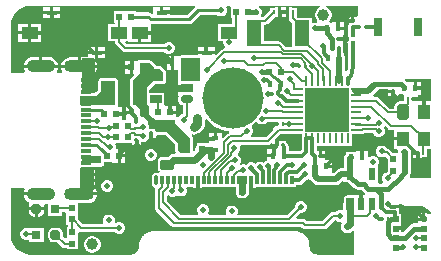
<source format=gtl>
G04*
G04 #@! TF.GenerationSoftware,Altium Limited,Altium Designer,22.10.1 (41)*
G04*
G04 Layer_Physical_Order=1*
G04 Layer_Color=255*
%FSLAX44Y44*%
%MOMM*%
G71*
G04*
G04 #@! TF.SameCoordinates,27488822-8B8A-45CA-B0CB-A5C5B456CCF3*
G04*
G04*
G04 #@! TF.FilePolarity,Positive*
G04*
G01*
G75*
%ADD10C,0.2500*%
%ADD11C,0.2000*%
%ADD13C,0.2540*%
%ADD14R,0.4700X0.6000*%
G04:AMPARAMS|DCode=15|XSize=0.6mm|YSize=0.47mm|CornerRadius=0.1175mm|HoleSize=0mm|Usage=FLASHONLY|Rotation=90.000|XOffset=0mm|YOffset=0mm|HoleType=Round|Shape=RoundedRectangle|*
%AMROUNDEDRECTD15*
21,1,0.6000,0.2350,0,0,90.0*
21,1,0.3650,0.4700,0,0,90.0*
1,1,0.2350,0.1175,0.1825*
1,1,0.2350,0.1175,-0.1825*
1,1,0.2350,-0.1175,-0.1825*
1,1,0.2350,-0.1175,0.1825*
%
%ADD15ROUNDEDRECTD15*%
%ADD17R,0.8100X0.2700*%
%ADD18R,0.2700X0.8100*%
G04:AMPARAMS|DCode=19|XSize=0.81mm|YSize=0.27mm|CornerRadius=0.0338mm|HoleSize=0mm|Usage=FLASHONLY|Rotation=270.000|XOffset=0mm|YOffset=0mm|HoleType=Round|Shape=RoundedRectangle|*
%AMROUNDEDRECTD19*
21,1,0.8100,0.2025,0,0,270.0*
21,1,0.7425,0.2700,0,0,270.0*
1,1,0.0675,-0.1013,-0.3713*
1,1,0.0675,-0.1013,0.3713*
1,1,0.0675,0.1013,0.3713*
1,1,0.0675,0.1013,-0.3713*
%
%ADD19ROUNDEDRECTD19*%
%ADD20R,0.3000X0.2500*%
%ADD21R,0.5000X0.6000*%
%ADD22R,0.2500X0.3000*%
%ADD23R,0.4500X0.6000*%
%ADD24R,0.6000X0.4500*%
%ADD25R,0.3000X0.2500*%
G04:AMPARAMS|DCode=26|XSize=0.3mm|YSize=0.25mm|CornerRadius=0.0625mm|HoleSize=0mm|Usage=FLASHONLY|Rotation=0.000|XOffset=0mm|YOffset=0mm|HoleType=Round|Shape=RoundedRectangle|*
%AMROUNDEDRECTD26*
21,1,0.3000,0.1250,0,0,0.0*
21,1,0.1750,0.2500,0,0,0.0*
1,1,0.1250,0.0875,-0.0625*
1,1,0.1250,-0.0875,-0.0625*
1,1,0.1250,-0.0875,0.0625*
1,1,0.1250,0.0875,0.0625*
%
%ADD26ROUNDEDRECTD26*%
%ADD27R,0.2500X0.3000*%
G04:AMPARAMS|DCode=28|XSize=0.3mm|YSize=0.25mm|CornerRadius=0.0625mm|HoleSize=0mm|Usage=FLASHONLY|Rotation=270.000|XOffset=0mm|YOffset=0mm|HoleType=Round|Shape=RoundedRectangle|*
%AMROUNDEDRECTD28*
21,1,0.3000,0.1250,0,0,270.0*
21,1,0.1750,0.2500,0,0,270.0*
1,1,0.1250,-0.0625,-0.0875*
1,1,0.1250,-0.0625,0.0875*
1,1,0.1250,0.0625,0.0875*
1,1,0.1250,0.0625,-0.0875*
%
%ADD28ROUNDEDRECTD28*%
G04:AMPARAMS|DCode=29|XSize=0.9144mm|YSize=1.2192mm|CornerRadius=0.2286mm|HoleSize=0mm|Usage=FLASHONLY|Rotation=90.000|XOffset=0mm|YOffset=0mm|HoleType=Round|Shape=RoundedRectangle|*
%AMROUNDEDRECTD29*
21,1,0.9144,0.7620,0,0,90.0*
21,1,0.4572,1.2192,0,0,90.0*
1,1,0.4572,0.3810,0.2286*
1,1,0.4572,0.3810,-0.2286*
1,1,0.4572,-0.3810,-0.2286*
1,1,0.4572,-0.3810,0.2286*
%
%ADD29ROUNDEDRECTD29*%
%ADD30R,1.2192X0.9144*%
%ADD31R,0.9000X0.3000*%
G04:AMPARAMS|DCode=32|XSize=0.3mm|YSize=0.9mm|CornerRadius=0.075mm|HoleSize=0mm|Usage=FLASHONLY|Rotation=270.000|XOffset=0mm|YOffset=0mm|HoleType=Round|Shape=RoundedRectangle|*
%AMROUNDEDRECTD32*
21,1,0.3000,0.7500,0,0,270.0*
21,1,0.1500,0.9000,0,0,270.0*
1,1,0.1500,-0.3750,-0.0750*
1,1,0.1500,-0.3750,0.0750*
1,1,0.1500,0.3750,0.0750*
1,1,0.1500,0.3750,-0.0750*
%
%ADD32ROUNDEDRECTD32*%
%ADD33R,0.6000X0.5000*%
%ADD34R,0.8000X0.8000*%
G04:AMPARAMS|DCode=35|XSize=0.8mm|YSize=0.8mm|CornerRadius=0.2mm|HoleSize=0mm|Usage=FLASHONLY|Rotation=180.000|XOffset=0mm|YOffset=0mm|HoleType=Round|Shape=RoundedRectangle|*
%AMROUNDEDRECTD35*
21,1,0.8000,0.4000,0,0,180.0*
21,1,0.4000,0.8000,0,0,180.0*
1,1,0.4000,-0.2000,0.2000*
1,1,0.4000,0.2000,0.2000*
1,1,0.4000,0.2000,-0.2000*
1,1,0.4000,-0.2000,-0.2000*
%
%ADD35ROUNDEDRECTD35*%
%ADD36C,1.0000*%
G04:AMPARAMS|DCode=37|XSize=0.3mm|YSize=0.8mm|CornerRadius=0.075mm|HoleSize=0mm|Usage=FLASHONLY|Rotation=180.000|XOffset=0mm|YOffset=0mm|HoleType=Round|Shape=RoundedRectangle|*
%AMROUNDEDRECTD37*
21,1,0.3000,0.6500,0,0,180.0*
21,1,0.1500,0.8000,0,0,180.0*
1,1,0.1500,-0.0750,0.3250*
1,1,0.1500,0.0750,0.3250*
1,1,0.1500,0.0750,-0.3250*
1,1,0.1500,-0.0750,-0.3250*
%
%ADD37ROUNDEDRECTD37*%
%ADD38R,0.3000X0.8000*%
%ADD39R,1.0000X1.0000*%
%ADD40R,1.4500X1.0000*%
%ADD41R,0.9000X0.4000*%
%ADD42R,1.0500X1.3000*%
G04:AMPARAMS|DCode=43|XSize=1.05mm|YSize=1.3mm|CornerRadius=0.2625mm|HoleSize=0mm|Usage=FLASHONLY|Rotation=0.000|XOffset=0mm|YOffset=0mm|HoleType=Round|Shape=RoundedRectangle|*
%AMROUNDEDRECTD43*
21,1,1.0500,0.7750,0,0,0.0*
21,1,0.5250,1.3000,0,0,0.0*
1,1,0.5250,0.2625,-0.3875*
1,1,0.5250,-0.2625,-0.3875*
1,1,0.5250,-0.2625,0.3875*
1,1,0.5250,0.2625,0.3875*
%
%ADD43ROUNDEDRECTD43*%
%ADD44R,1.2700X2.2098*%
%ADD45R,0.5000X0.5000*%
G04:AMPARAMS|DCode=46|XSize=0.5mm|YSize=0.5mm|CornerRadius=0.0625mm|HoleSize=0mm|Usage=FLASHONLY|Rotation=0.000|XOffset=0mm|YOffset=0mm|HoleType=Round|Shape=RoundedRectangle|*
%AMROUNDEDRECTD46*
21,1,0.5000,0.3750,0,0,0.0*
21,1,0.3750,0.5000,0,0,0.0*
1,1,0.1250,0.1875,-0.1875*
1,1,0.1250,-0.1875,-0.1875*
1,1,0.1250,-0.1875,0.1875*
1,1,0.1250,0.1875,0.1875*
%
%ADD46ROUNDEDRECTD46*%
G04:AMPARAMS|DCode=47|XSize=1mm|YSize=0.66mm|CornerRadius=0.165mm|HoleSize=0mm|Usage=FLASHONLY|Rotation=180.000|XOffset=0mm|YOffset=0mm|HoleType=Round|Shape=RoundedRectangle|*
%AMROUNDEDRECTD47*
21,1,1.0000,0.3300,0,0,180.0*
21,1,0.6700,0.6600,0,0,180.0*
1,1,0.3300,-0.3350,0.1650*
1,1,0.3300,0.3350,0.1650*
1,1,0.3300,0.3350,-0.1650*
1,1,0.3300,-0.3350,-0.1650*
%
%ADD47ROUNDEDRECTD47*%
%ADD48R,1.0000X0.6600*%
G04:AMPARAMS|DCode=49|XSize=1.1mm|YSize=0.6mm|CornerRadius=0.051mm|HoleSize=0mm|Usage=FLASHONLY|Rotation=90.000|XOffset=0mm|YOffset=0mm|HoleType=Round|Shape=RoundedRectangle|*
%AMROUNDEDRECTD49*
21,1,1.1000,0.4980,0,0,90.0*
21,1,0.9980,0.6000,0,0,90.0*
1,1,0.1020,0.2490,0.4990*
1,1,0.1020,0.2490,-0.4990*
1,1,0.1020,-0.2490,-0.4990*
1,1,0.1020,-0.2490,0.4990*
%
%ADD49ROUNDEDRECTD49*%
%ADD50R,0.6000X1.1000*%
%ADD51R,1.1430X2.0320*%
%ADD52R,0.8000X1.6000*%
G04:AMPARAMS|DCode=91|XSize=1.1mm|YSize=2.4mm|CornerRadius=0.55mm|HoleSize=0mm|Usage=FLASHONLY|Rotation=270.000|XOffset=0mm|YOffset=0mm|HoleType=Round|Shape=RoundedRectangle|*
%AMROUNDEDRECTD91*
21,1,1.1000,1.3000,0,0,270.0*
21,1,0.0000,2.4000,0,0,270.0*
1,1,1.1000,-0.6500,0.0000*
1,1,1.1000,-0.6500,0.0000*
1,1,1.1000,0.6500,0.0000*
1,1,1.1000,0.6500,0.0000*
%
%ADD91ROUNDEDRECTD91*%
G04:AMPARAMS|DCode=92|XSize=1mm|YSize=2.55mm|CornerRadius=0.5mm|HoleSize=0mm|Usage=FLASHONLY|Rotation=270.000|XOffset=0mm|YOffset=0mm|HoleType=Round|Shape=RoundedRectangle|*
%AMROUNDEDRECTD92*
21,1,1.0000,1.5500,0,0,270.0*
21,1,0.0000,2.5500,0,0,270.0*
1,1,1.0000,-0.7750,0.0000*
1,1,1.0000,-0.7750,0.0000*
1,1,1.0000,0.7750,0.0000*
1,1,1.0000,0.7750,0.0000*
%
%ADD92ROUNDEDRECTD92*%
%ADD94C,0.3500*%
%ADD95R,3.7000X3.7000*%
%ADD96C,0.3000*%
%ADD97C,0.1500*%
%ADD98C,0.4000*%
%ADD99C,0.5000*%
%ADD100C,0.6000*%
%ADD101C,0.8000*%
%ADD102C,0.5000*%
%ADD103C,5.2000*%
%ADD104C,0.6000*%
G36*
X198780Y326691D02*
Y317580D01*
X199966D01*
Y312000D01*
X187500D01*
Y298000D01*
X191850D01*
Y296185D01*
X192611Y294348D01*
X193915Y293044D01*
X193861Y292570D01*
X193526Y291774D01*
X193210D01*
X191942Y291521D01*
X190867Y290803D01*
X186213Y286150D01*
X185040Y286635D01*
Y286730D01*
X178000D01*
X170960D01*
Y285759D01*
X156210D01*
X155235Y285565D01*
X154881Y285329D01*
X153710Y284940D01*
X153710Y284940D01*
X153710Y284940D01*
X150190D01*
Y279400D01*
Y273860D01*
X153661D01*
Y264160D01*
X153750Y263713D01*
Y259690D01*
X161290D01*
Y257150D01*
X153750D01*
Y252580D01*
X153750D01*
X154366Y251310D01*
X154219Y250570D01*
Y247270D01*
X154502Y245846D01*
X155309Y244639D01*
X156516Y243832D01*
X157721Y243592D01*
Y236241D01*
X157526Y236045D01*
X155918Y235379D01*
X154511Y233972D01*
X154422Y233756D01*
X153055Y233440D01*
X152280Y234131D01*
Y236220D01*
X147240D01*
Y237490D01*
X145970D01*
Y243030D01*
X143316D01*
X142290Y243620D01*
X142290Y244263D01*
Y254220D01*
X129549D01*
Y256754D01*
X134406Y261611D01*
X140970D01*
X141945Y261805D01*
X142772Y262358D01*
X143325Y263185D01*
X143519Y264160D01*
Y271780D01*
X143325Y272755D01*
X142772Y273582D01*
X140232Y276122D01*
X139405Y276675D01*
X138430Y276869D01*
X135502D01*
X135152Y277392D01*
X131342Y281202D01*
X130515Y281755D01*
X129540Y281949D01*
X121920D01*
X120945Y281755D01*
X120591Y281519D01*
X119420Y281130D01*
X119420Y281130D01*
X119420Y281130D01*
X115650D01*
Y275590D01*
Y270050D01*
X116196D01*
X116682Y268877D01*
X113965Y266160D01*
X113570D01*
Y265667D01*
X113215Y265135D01*
X113021Y264160D01*
Y244528D01*
X113066Y244300D01*
X112169Y243052D01*
X112123Y243030D01*
X109840D01*
Y238760D01*
X114630D01*
Y236220D01*
X109840D01*
Y231950D01*
X108939Y231060D01*
X107673D01*
X107180Y231060D01*
X106560Y232073D01*
Y234950D01*
X101520D01*
Y237490D01*
X106560D01*
Y241760D01*
X103567D01*
X103470Y241766D01*
X102853Y242630D01*
X102718Y243030D01*
X102879Y243840D01*
Y264160D01*
X102685Y265135D01*
X102330Y265667D01*
Y266160D01*
X101837D01*
X101305Y266515D01*
X100330Y266709D01*
X88900D01*
X87925Y266515D01*
X87393Y266160D01*
X86900D01*
Y265667D01*
X86545Y265135D01*
X86351Y264160D01*
Y256326D01*
X84560Y254535D01*
X83820Y254841D01*
Y254000D01*
X72390D01*
Y275230D01*
X70050D01*
X54862D01*
X54954Y274532D01*
X55714Y272698D01*
X55921Y272428D01*
X55359Y271289D01*
X51821D01*
X51655Y271628D01*
X51320Y272559D01*
X52083Y274401D01*
X52192Y275230D01*
X37750D01*
X23308D01*
X23417Y274401D01*
X24180Y272559D01*
X23846Y271628D01*
X23679Y271289D01*
X12039D01*
Y310000D01*
Y311769D01*
X12729Y315239D01*
X14083Y318508D01*
X16049Y321449D01*
X18551Y323951D01*
X21492Y325917D01*
X24761Y327271D01*
X28231Y327961D01*
X30000Y327961D01*
X168228Y327961D01*
X168614Y326691D01*
X168408Y326554D01*
X161908Y320053D01*
X147040D01*
Y320730D01*
X140000D01*
Y322000D01*
X138730D01*
Y326540D01*
X132960D01*
Y321498D01*
X131690Y320972D01*
X131459Y321204D01*
X130218Y322032D01*
X128755Y322323D01*
X118250D01*
Y323500D01*
X109250D01*
Y323500D01*
X108250D01*
Y323500D01*
X99250D01*
Y313500D01*
X100436D01*
Y312000D01*
X94500D01*
Y298000D01*
X100436D01*
Y297570D01*
X100688Y296302D01*
X101407Y295227D01*
X106877Y289757D01*
X107952Y289039D01*
X109220Y288786D01*
X142293D01*
X143218Y287861D01*
X145055Y287100D01*
X147045D01*
X148882Y287861D01*
X150289Y289268D01*
X151050Y291105D01*
Y293095D01*
X150289Y294932D01*
X148882Y296339D01*
X147045Y297100D01*
X145055D01*
X143218Y296339D01*
X142293Y295414D01*
X110593D01*
X109179Y296827D01*
X109665Y298000D01*
X111460D01*
Y297460D01*
X119980D01*
Y305000D01*
X121250D01*
Y306270D01*
X131040D01*
Y311480D01*
X131040Y312407D01*
X131569Y312407D01*
X163492D01*
X164955Y312698D01*
X166195Y313526D01*
X172696Y320027D01*
X187252D01*
X187668Y319611D01*
X189505Y318850D01*
X191495D01*
X193332Y319611D01*
X194739Y321018D01*
X195500Y322855D01*
Y324845D01*
X194739Y326682D01*
X194634Y326788D01*
X195119Y327961D01*
X197668D01*
X198780Y326691D01*
D02*
G37*
G36*
X306156Y319073D02*
X304907Y318657D01*
X303860Y319356D01*
X303270Y319474D01*
Y315500D01*
X302000D01*
Y314349D01*
X301400Y314230D01*
X298227D01*
X298394Y313390D01*
X298750Y312857D01*
Y312786D01*
X297997Y311658D01*
X297667Y310000D01*
Y303059D01*
X297997Y301400D01*
X298250Y301021D01*
Y299080D01*
X297642Y298170D01*
X297312Y296512D01*
X297417Y295987D01*
Y274760D01*
X297443Y274628D01*
X297192Y272720D01*
X296868Y272440D01*
X295598Y273020D01*
Y283210D01*
X295210Y285161D01*
X294750Y285849D01*
Y288210D01*
X293848D01*
Y292100D01*
X293538Y293661D01*
X293270Y294062D01*
X293270Y295350D01*
X293270Y295350D01*
X293185Y295680D01*
X293185Y295680D01*
Y298450D01*
X289395D01*
Y300990D01*
X293185D01*
Y303070D01*
X294020D01*
Y307340D01*
X289230D01*
Y308610D01*
X287960D01*
Y314150D01*
X284440D01*
Y314150D01*
X283394Y313610D01*
X282125D01*
X281600Y314880D01*
X282461Y315742D01*
X283383Y317338D01*
X283860Y319118D01*
Y320962D01*
X283383Y322742D01*
X282461Y324338D01*
X281158Y325641D01*
X279562Y326563D01*
X279084Y326691D01*
X279251Y327961D01*
X306156D01*
Y319073D01*
D02*
G37*
G36*
X274636Y326691D02*
X274158Y326563D01*
X272562Y325641D01*
X271259Y324338D01*
X270337Y322742D01*
X269860Y320962D01*
Y319118D01*
X270337Y317338D01*
X271259Y315742D01*
X271700Y315301D01*
X271414Y313790D01*
X270963Y313594D01*
X270925Y313610D01*
X268935D01*
X268486Y313424D01*
X267430Y314129D01*
Y317849D01*
X255416D01*
X254609Y318657D01*
Y322580D01*
X254545Y322900D01*
Y326080D01*
X250335D01*
Y326620D01*
X247815D01*
Y322580D01*
Y318540D01*
X247981D01*
Y317284D01*
X248234Y316016D01*
X248952Y314941D01*
X250730Y313163D01*
Y293104D01*
X245090D01*
X241350Y296844D01*
X240274Y297562D01*
X239006Y297815D01*
X226790D01*
Y311785D01*
X227634D01*
X228902Y312038D01*
X229977Y312756D01*
X235103Y317882D01*
X236075Y318540D01*
Y318540D01*
X236075Y318540D01*
X238595D01*
Y322580D01*
Y326620D01*
X236075D01*
Y326080D01*
X231865D01*
Y324016D01*
X226261Y318413D01*
X224410D01*
X223894Y319352D01*
X223848Y319647D01*
X223949Y319748D01*
X224710Y321585D01*
Y323575D01*
X223949Y325412D01*
X222670Y326691D01*
X222755Y327289D01*
X223060Y327961D01*
X274468D01*
X274636Y326691D01*
D02*
G37*
G36*
X172720Y264160D02*
X156210D01*
Y283210D01*
X172720D01*
Y264160D01*
D02*
G37*
G36*
X100330Y243840D02*
X88259D01*
X88240Y243844D01*
X88240Y243844D01*
X76250D01*
X76231Y243840D01*
X71120D01*
Y251460D01*
X72345D01*
X72390Y251451D01*
X83820D01*
X83865Y251460D01*
X85090D01*
X88900Y255270D01*
Y264160D01*
X100330D01*
Y243840D01*
D02*
G37*
G36*
X331960Y256895D02*
X336000D01*
Y255625D01*
X337270D01*
Y251835D01*
X340040D01*
Y252252D01*
X341000Y253000D01*
X344166D01*
X345125Y252250D01*
Y249070D01*
X345061Y248750D01*
Y246841D01*
X341625D01*
X339820Y246482D01*
X338291Y245459D01*
X337268Y243930D01*
X336909Y242125D01*
Y240804D01*
X332843D01*
X323803Y249843D01*
X322728Y250561D01*
X321460Y250814D01*
X319509D01*
X318983Y252084D01*
X323670Y256770D01*
X323845Y257032D01*
X331960D01*
Y256895D01*
D02*
G37*
G36*
X367961Y247290D02*
X363020D01*
Y238250D01*
X360480D01*
Y247290D01*
X356915D01*
Y247480D01*
X353125D01*
Y250020D01*
X356915D01*
Y252460D01*
X359540D01*
Y256730D01*
X354750D01*
Y258000D01*
X353480D01*
Y263540D01*
X349960D01*
Y263540D01*
X348914Y263000D01*
X347489D01*
X345624Y264864D01*
X345592Y264886D01*
X345977Y266156D01*
X367961D01*
Y247290D01*
D02*
G37*
G36*
X233860Y229193D02*
X237650D01*
Y226653D01*
X233860D01*
Y223883D01*
X234048D01*
X234534Y222710D01*
X228498Y216674D01*
X215524D01*
X215273Y217176D01*
X215134Y217944D01*
X216378Y219188D01*
X217139Y221025D01*
Y223015D01*
X216378Y224852D01*
X216045Y225186D01*
X216144Y226452D01*
X218593Y228231D01*
X219881Y229519D01*
X220551Y229386D01*
X221958Y227979D01*
X223795Y227218D01*
X225785D01*
X227622Y227979D01*
X229029Y229386D01*
X229099Y229556D01*
X233860D01*
Y229193D01*
D02*
G37*
G36*
X331667Y223717D02*
X332742Y222999D01*
X334010Y222746D01*
X336460D01*
Y216520D01*
X344250D01*
Y213980D01*
X336460D01*
Y206210D01*
X339437D01*
X339501Y206183D01*
X340440Y205245D01*
Y204743D01*
X340342Y204250D01*
X339579Y203068D01*
X339267Y203000D01*
X336186D01*
X333043Y206143D01*
X331968Y206862D01*
X330707Y207112D01*
X330629Y207302D01*
X329222Y208709D01*
X327385Y209470D01*
X325395D01*
X323558Y208709D01*
X322151Y207302D01*
X321390Y205465D01*
Y203475D01*
X322151Y201638D01*
X323558Y200231D01*
X325395Y199470D01*
X327385D01*
X329222Y200231D01*
X329402Y200411D01*
X331500Y198314D01*
X331500Y193000D01*
X331500Y191730D01*
Y187686D01*
X330387Y186574D01*
X328638Y185849D01*
X327231Y184442D01*
X326470Y182605D01*
Y180615D01*
X327231Y178778D01*
X327431Y178578D01*
X326905Y177308D01*
X324292D01*
X323500Y178250D01*
Y193250D01*
X323500D01*
X323282Y193577D01*
X323770Y194755D01*
Y196745D01*
X323009Y198582D01*
X321602Y199989D01*
X319765Y200750D01*
X317775D01*
X315938Y199989D01*
X315610Y199661D01*
X314340Y200187D01*
Y204930D01*
X310820D01*
Y199390D01*
X308280D01*
Y204930D01*
X304760D01*
Y204930D01*
X303714Y204390D01*
X300543D01*
X300050Y204488D01*
X299557Y204390D01*
X295800D01*
Y202052D01*
X294790Y200541D01*
X294402Y198590D01*
Y190347D01*
X291929D01*
X289978Y189959D01*
X288324Y188854D01*
X285683Y186213D01*
X285123D01*
X283860Y186230D01*
Y190500D01*
X279070D01*
Y193040D01*
X283860D01*
Y197310D01*
X278110D01*
Y199390D01*
X274320D01*
Y200660D01*
X273649D01*
X273338Y202221D01*
X273050Y202652D01*
Y204700D01*
X271578D01*
Y209450D01*
X300850D01*
Y218960D01*
X301040D01*
Y219150D01*
X303401D01*
X304500Y218931D01*
X305599Y219150D01*
X310550D01*
Y219492D01*
X310858Y219553D01*
X311222Y219796D01*
X315317D01*
X316096Y219951D01*
X319088D01*
X319611Y218688D01*
X321018Y217281D01*
X322855Y216520D01*
X324845D01*
X326682Y217281D01*
X328089Y218688D01*
X328850Y220525D01*
Y222515D01*
X328089Y224352D01*
X327909Y224532D01*
X328267Y225527D01*
X329561Y225823D01*
X331667Y223717D01*
D02*
G37*
G36*
X178231Y231408D02*
X181408Y228231D01*
X185042Y225590D01*
X189044Y223551D01*
X193317Y222163D01*
X197066Y221569D01*
X197092Y220279D01*
X196852Y220231D01*
X195777Y219513D01*
X192133Y215870D01*
X190960Y216355D01*
Y220360D01*
X186690D01*
Y215570D01*
X185420D01*
Y214300D01*
X179880D01*
Y211678D01*
X175799D01*
X174140Y212008D01*
X171994Y211581D01*
X171723Y211400D01*
X169790D01*
Y209790D01*
X168959Y208546D01*
X168532Y206400D01*
Y205673D01*
X167552Y204693D01*
X166379Y205179D01*
Y215900D01*
X166185Y216875D01*
X165632Y217702D01*
X165429Y217906D01*
X165819Y218786D01*
X166082Y219049D01*
X167640Y218844D01*
X169337Y219067D01*
X170918Y219722D01*
X171801Y220400D01*
X171990D01*
Y220545D01*
X172276Y220764D01*
X174816Y223304D01*
X175858Y224662D01*
X176513Y226243D01*
X176736Y227940D01*
Y231304D01*
X178006Y231717D01*
X178231Y231408D01*
D02*
G37*
G36*
X132080Y216085D02*
X134850D01*
Y217343D01*
X135890Y218431D01*
X143724D01*
X151231Y210924D01*
Y205630D01*
X151425Y204655D01*
X151978Y203828D01*
X152174Y203631D01*
X151688Y202458D01*
X149987D01*
X147841Y202031D01*
X146022Y200815D01*
X145029Y199823D01*
X140970D01*
X139298Y199490D01*
X137880Y198543D01*
X136933Y197125D01*
X136600Y195453D01*
Y190881D01*
X136933Y189209D01*
X137880Y187791D01*
X138251Y187543D01*
X137902Y186309D01*
X137000Y186120D01*
D01*
X136516Y186155D01*
X136250Y186174D01*
X135793Y186174D01*
X134750D01*
X133677Y185960D01*
X132767Y185353D01*
X132160Y184443D01*
X131946Y183370D01*
Y176870D01*
X132160Y175797D01*
X132767Y174887D01*
X133550Y174365D01*
X133738Y174142D01*
X134305Y172860D01*
X134131Y171990D01*
Y156940D01*
X134403Y155574D01*
X135177Y154417D01*
X148067Y141527D01*
X149224Y140753D01*
X150590Y140481D01*
X258137D01*
X259027Y139592D01*
X260185Y138818D01*
X261550Y138546D01*
X277450D01*
X278815Y138818D01*
X279973Y139592D01*
X286673Y146291D01*
X287327D01*
X287998Y145621D01*
X289835Y144860D01*
X291637D01*
X292090Y144343D01*
X292407Y143727D01*
X291999Y143116D01*
X291572Y140970D01*
X291999Y138824D01*
X293215Y137005D01*
X295034Y135789D01*
X297180Y135362D01*
X299326Y135789D01*
X301145Y137005D01*
X302060Y137920D01*
X303230Y137294D01*
X303048Y136378D01*
Y136227D01*
X303012Y136080D01*
X302963Y135100D01*
X302971Y135050D01*
X302961Y135000D01*
Y117039D01*
X272216D01*
X270678Y117345D01*
X269229Y117945D01*
X267925Y118816D01*
X266816Y119925D01*
X265945Y121229D01*
X265345Y122678D01*
X265039Y124216D01*
X265039Y125000D01*
X265029Y125050D01*
X265037Y125100D01*
X264988Y126080D01*
X264952Y126227D01*
Y126378D01*
X264569Y128301D01*
X264492Y128486D01*
X264453Y128683D01*
X263703Y130494D01*
X263591Y130661D01*
X263515Y130847D01*
X262425Y132477D01*
X262283Y132619D01*
X262172Y132786D01*
X260786Y134172D01*
X260619Y134284D01*
X260477Y134425D01*
X258847Y135515D01*
X258661Y135591D01*
X258494Y135703D01*
X256683Y136453D01*
X256486Y136492D01*
X256301Y136569D01*
X254378Y136952D01*
X254227D01*
X254080Y136988D01*
X253100Y137037D01*
X253050Y137029D01*
X253000Y137039D01*
X133000Y137039D01*
X132950Y137029D01*
X132900Y137037D01*
X131920Y136988D01*
X131773Y136952D01*
X131622D01*
X129699Y136569D01*
X129514Y136492D01*
X129317Y136453D01*
X127506Y135703D01*
X127339Y135591D01*
X127153Y135515D01*
X125523Y134425D01*
X125381Y134284D01*
X125214Y134172D01*
X123828Y132786D01*
X123716Y132619D01*
X123574Y132477D01*
X122485Y130847D01*
X122409Y130661D01*
X122297Y130494D01*
X121547Y128683D01*
X121508Y128486D01*
X121431Y128301D01*
X121048Y126378D01*
Y126227D01*
X121012Y126080D01*
X120963Y125100D01*
X120971Y125050D01*
X120961Y125000D01*
X120961Y124216D01*
X120655Y122678D01*
X120055Y121229D01*
X119184Y119925D01*
X118075Y118816D01*
X116771Y117945D01*
X115322Y117345D01*
X113784Y117039D01*
X28231D01*
X24761Y117729D01*
X21492Y119083D01*
X18551Y121049D01*
X16049Y123551D01*
X14083Y126492D01*
X12729Y129761D01*
X12039Y133231D01*
Y135000D01*
Y173711D01*
X23679D01*
X23846Y173372D01*
X24180Y172441D01*
X23417Y170599D01*
X23308Y169770D01*
X37750D01*
Y167230D01*
X23308D01*
X23417Y166401D01*
X24227Y164445D01*
X25516Y162766D01*
X27195Y161477D01*
X27577Y161319D01*
X27945Y160104D01*
X27723Y159771D01*
X27371Y158000D01*
Y157270D01*
X40629D01*
Y158000D01*
X40406Y159121D01*
X41274Y160391D01*
X44000D01*
Y150000D01*
X56000D01*
Y153431D01*
X58352D01*
X59250Y152533D01*
Y151500D01*
X59250Y151230D01*
Y142500D01*
X60681D01*
Y140500D01*
X59500D01*
Y131770D01*
X59234Y131458D01*
X57666Y131380D01*
X56078Y132968D01*
Y136000D01*
X55768Y137561D01*
X54884Y138884D01*
X53561Y139768D01*
X52000Y140078D01*
X48000D01*
X46439Y139768D01*
X45116Y138884D01*
X44232Y137561D01*
X43922Y136000D01*
Y132000D01*
X44232Y130439D01*
X45116Y129116D01*
X46439Y128232D01*
X48000Y127922D01*
X51032D01*
X55477Y123477D01*
X56634Y122703D01*
X58000Y122431D01*
X59500D01*
Y121500D01*
X69500D01*
Y130230D01*
X69500Y130500D01*
Y131500D01*
X69500Y131770D01*
Y135667D01*
X70651Y136382D01*
X70770Y136386D01*
X72050Y136131D01*
X100638D01*
X101308Y135461D01*
X103145Y134700D01*
X105135D01*
X106972Y135461D01*
X108379Y136868D01*
X109140Y138705D01*
Y140695D01*
X108379Y142532D01*
X106972Y143939D01*
X105135Y144700D01*
X103145D01*
X101308Y143939D01*
X101059Y143690D01*
X99983Y144410D01*
X100250Y145055D01*
Y147045D01*
X99489Y148882D01*
X98082Y150289D01*
X96245Y151050D01*
X94255D01*
X92418Y150289D01*
X91011Y148882D01*
X90250Y147045D01*
Y145055D01*
X90553Y144325D01*
X89847Y143269D01*
X73528D01*
X69250Y147547D01*
Y151230D01*
X69250Y151500D01*
Y152500D01*
X69250Y152770D01*
Y160895D01*
X77800D01*
X79768Y161154D01*
X81602Y161914D01*
X83178Y163122D01*
X84386Y164697D01*
X85146Y166532D01*
X85238Y167230D01*
X70050D01*
Y169770D01*
X85238D01*
X85146Y170468D01*
X84386Y172303D01*
X83178Y173878D01*
X82550Y174359D01*
Y171950D01*
X71120D01*
Y190500D01*
X76250D01*
Y191270D01*
X83290D01*
Y191761D01*
X88900D01*
X89875Y191955D01*
X90702Y192508D01*
X91255Y193335D01*
X91449Y194310D01*
Y195660D01*
X97974D01*
X99020Y195120D01*
X99020Y195120D01*
X99020Y195120D01*
X102790D01*
Y200660D01*
Y206200D01*
X102213D01*
X101508Y207256D01*
X101520Y207285D01*
Y209275D01*
X100892Y210790D01*
X101470Y212060D01*
X106180D01*
Y212060D01*
X107180D01*
Y212060D01*
X114640D01*
Y210145D01*
X117410D01*
Y213935D01*
X119950D01*
Y210145D01*
X122720D01*
Y212176D01*
X123415Y212641D01*
X125404D01*
X127242Y213402D01*
X128648Y214809D01*
X129177Y216085D01*
X129540D01*
Y219875D01*
X132080D01*
Y216085D01*
D02*
G37*
G36*
X249450Y219150D02*
X258960D01*
Y218960D01*
X259150D01*
Y217686D01*
X258732Y217061D01*
X258422Y215500D01*
Y205769D01*
X257391Y204738D01*
X247760D01*
Y205660D01*
X247588D01*
Y208445D01*
X247588Y208445D01*
X247278Y210006D01*
X246394Y211329D01*
X245655Y212068D01*
Y213050D01*
X244367D01*
X243966Y213318D01*
X242706Y213568D01*
X242405Y213628D01*
X241445Y213590D01*
Y213590D01*
X238925D01*
Y211542D01*
X238637Y211111D01*
X238326Y209550D01*
X237655D01*
Y208280D01*
X233865D01*
Y206200D01*
X229220D01*
Y201930D01*
X234010D01*
Y199390D01*
X229220D01*
Y196789D01*
X227512Y196082D01*
X226423Y194993D01*
X226204Y195211D01*
X224367Y195972D01*
X222377D01*
X220540Y195211D01*
X219400Y194071D01*
X218732Y194739D01*
X216895Y195500D01*
X214905D01*
X213068Y194739D01*
X211661Y193332D01*
X211542Y193044D01*
X210152Y193620D01*
X208163D01*
X207118Y193188D01*
X206456Y193960D01*
X206321Y194232D01*
X207050Y195992D01*
Y197981D01*
X206289Y199818D01*
X204882Y201225D01*
X204438Y201409D01*
X204407Y202771D01*
X205814Y204178D01*
X206575Y206015D01*
Y208005D01*
X206255Y208776D01*
X207104Y210046D01*
X229870D01*
X231138Y210299D01*
X232213Y211017D01*
X232692Y211495D01*
X233865Y211010D01*
Y210820D01*
X236385D01*
Y213736D01*
X235959Y214763D01*
X240383Y219186D01*
X249450D01*
Y219150D01*
D02*
G37*
G36*
X133350Y275590D02*
Y274320D01*
X138430D01*
X140970Y271780D01*
Y264160D01*
X133350D01*
X127000Y257810D01*
Y245110D01*
X128290Y243820D01*
Y243620D01*
X128490D01*
X129540Y242570D01*
Y236220D01*
X132740Y233020D01*
Y232490D01*
X133270D01*
X134620Y231140D01*
X151130D01*
Y228600D01*
X163830Y215900D01*
Y203200D01*
X156210D01*
X153780Y205630D01*
Y211980D01*
X144780Y220980D01*
X135890D01*
X134310Y222560D01*
Y223125D01*
X133745D01*
X133350Y223520D01*
X132555D01*
X132371Y223643D01*
X130810Y223953D01*
X130622Y223916D01*
X129410Y224970D01*
Y226044D01*
X128648Y227881D01*
X128270Y228260D01*
Y229870D01*
X124460Y233680D01*
X122562D01*
X122448Y234251D01*
X121920Y235041D01*
Y240030D01*
X118110Y243840D01*
X116258D01*
X115570Y244528D01*
Y264160D01*
X121920Y270510D01*
Y279400D01*
X129540D01*
X133350Y275590D01*
D02*
G37*
G36*
X367961Y182039D02*
X351246D01*
X350500Y183000D01*
X350500Y183136D01*
Y185735D01*
X350710Y186049D01*
X351098Y188000D01*
Y198000D01*
Y203690D01*
X350849Y204940D01*
X351741Y206210D01*
X352040D01*
X353085Y205667D01*
Y204270D01*
X356875D01*
Y203000D01*
X358145D01*
Y198960D01*
X360665D01*
Y199500D01*
X364875D01*
Y202680D01*
X364939Y203000D01*
Y206750D01*
X367961D01*
Y182039D01*
D02*
G37*
G36*
X88900Y194310D02*
X72390D01*
Y200660D01*
X88900D01*
Y194310D01*
D02*
G37*
G36*
X265781Y180714D02*
X265965Y180439D01*
X268894Y177510D01*
X270548Y176405D01*
X272006Y176115D01*
X287000D01*
Y176017D01*
X287795D01*
X289746Y176405D01*
X291400Y177510D01*
X293230Y179340D01*
X294500Y178814D01*
Y178250D01*
X298011D01*
X302913Y173349D01*
X304401Y172354D01*
X306157Y172005D01*
X309186D01*
X311716Y169476D01*
X312338Y169060D01*
X311953Y167790D01*
X310270D01*
Y159750D01*
X307730D01*
Y167790D01*
X303460D01*
Y167790D01*
X302190Y167259D01*
X301990Y167299D01*
X297010D01*
X296031Y167104D01*
X295200Y166550D01*
X294646Y165719D01*
X294451Y164740D01*
Y162093D01*
X294319Y161896D01*
X293892Y159750D01*
Y155378D01*
X292622Y154530D01*
X291825Y154860D01*
X289835D01*
X287998Y154099D01*
X287327Y153429D01*
X285195D01*
X283829Y153157D01*
X282671Y152383D01*
X276000Y145712D01*
Y145615D01*
X263000D01*
Y145712D01*
X262139Y146573D01*
X260981Y147347D01*
X259615Y147619D01*
X254655D01*
X254169Y148792D01*
X257857Y152480D01*
X258805D01*
X260642Y153241D01*
X262049Y154648D01*
X262810Y156485D01*
Y158475D01*
X262049Y160312D01*
X260642Y161719D01*
X258805Y162480D01*
X256815D01*
X254978Y161719D01*
X253571Y160312D01*
X252810Y158475D01*
Y157527D01*
X246172Y150889D01*
X204793D01*
X204087Y151945D01*
X204390Y152675D01*
Y154665D01*
X203629Y156502D01*
X202222Y157909D01*
X200385Y158670D01*
X198395D01*
X196558Y157909D01*
X195151Y156502D01*
X194390Y154665D01*
Y152675D01*
X194693Y151945D01*
X193987Y150889D01*
X179939D01*
X179453Y152062D01*
X179499Y152108D01*
X180260Y153945D01*
Y155935D01*
X179499Y157772D01*
X178092Y159179D01*
X176255Y159940D01*
X174265D01*
X172428Y159179D01*
X171021Y157772D01*
X170260Y155935D01*
Y153945D01*
X171021Y152108D01*
X171067Y152062D01*
X170581Y150889D01*
X156418D01*
X144539Y162768D01*
Y166700D01*
X145809Y167226D01*
X146299Y166736D01*
X148136Y165975D01*
X150125D01*
X151963Y166736D01*
X152908Y167681D01*
X153378Y167211D01*
X155215Y166450D01*
X157205D01*
X159042Y167211D01*
X160449Y168618D01*
X161210Y170455D01*
Y172445D01*
X160953Y173064D01*
X161659Y174120D01*
X166460D01*
Y173580D01*
X169230D01*
Y180120D01*
X171770D01*
Y173580D01*
X174540D01*
Y174120D01*
X202672D01*
Y170180D01*
X202780Y169638D01*
Y169086D01*
X202991Y168576D01*
X203099Y168034D01*
X203406Y167575D01*
X203617Y167064D01*
X204008Y166674D01*
X204315Y166215D01*
X204774Y165908D01*
X205165Y165517D01*
X205675Y165306D01*
X206134Y164999D01*
X206676Y164891D01*
X207186Y164680D01*
X207738D01*
X208280Y164572D01*
X208822Y164680D01*
X209374D01*
X209884Y164891D01*
X210426Y164999D01*
X210885Y165306D01*
X211395Y165517D01*
X211786Y165908D01*
X212245Y166215D01*
X212552Y166674D01*
X212943Y167064D01*
X213154Y167575D01*
X213461Y168034D01*
X213569Y168576D01*
X213780Y169086D01*
Y169638D01*
X213888Y170180D01*
Y173580D01*
X214230D01*
Y180120D01*
X216421D01*
X216732Y178559D01*
X216770Y178502D01*
Y173580D01*
X219540D01*
Y174120D01*
X254000D01*
Y176042D01*
X256500D01*
X256500Y176042D01*
X258061Y176352D01*
X259384Y177236D01*
X262568Y180420D01*
X262615D01*
X264452Y181181D01*
X265781Y180714D01*
D02*
G37*
G36*
X344153Y159485D02*
X344339Y159409D01*
X344506Y159297D01*
X346317Y158547D01*
X346514Y158508D01*
X346699Y158431D01*
X348622Y158048D01*
X348773D01*
X348920Y158012D01*
X349900Y157963D01*
X349950Y157971D01*
X350000Y157961D01*
X360784Y157961D01*
X362322Y157655D01*
X363771Y157055D01*
X365075Y156184D01*
X366184Y155075D01*
X367055Y153771D01*
X367655Y152322D01*
X367754Y151823D01*
X367501Y151431D01*
X366696Y151267D01*
X365915Y151318D01*
X365110Y151856D01*
X363875Y152102D01*
X363270D01*
Y147000D01*
X362000D01*
Y145730D01*
X356898D01*
Y145125D01*
X356951Y144858D01*
X355934Y143588D01*
X353630D01*
X351874Y143239D01*
X350386Y142244D01*
X344310Y136169D01*
X343040Y136695D01*
Y137730D01*
X338000D01*
Y140270D01*
X343040D01*
Y144040D01*
X342500D01*
Y151500D01*
X341328D01*
Y152875D01*
X341167Y153685D01*
X341290Y153835D01*
X341290D01*
Y156355D01*
X339243D01*
X338811Y156643D01*
X337250Y156954D01*
Y158895D01*
X341290D01*
Y159956D01*
X341669Y160313D01*
X341847Y160414D01*
X342560Y160550D01*
X344153Y159485D01*
D02*
G37*
%LPC*%
G36*
X54040Y326540D02*
X48270D01*
Y323270D01*
X54040D01*
Y326540D01*
D02*
G37*
G36*
X147040D02*
X141270D01*
Y323270D01*
X147040D01*
Y326540D01*
D02*
G37*
G36*
X45730D02*
X39960D01*
Y323270D01*
X45730D01*
Y326540D01*
D02*
G37*
G36*
X54040Y320730D02*
X48270D01*
Y317460D01*
X54040D01*
Y320730D01*
D02*
G37*
G36*
X45730D02*
X39960D01*
Y317460D01*
X45730D01*
Y320730D01*
D02*
G37*
G36*
X38040Y312540D02*
X29520D01*
Y306270D01*
X38040D01*
Y312540D01*
D02*
G37*
G36*
X26980D02*
X18460D01*
Y306270D01*
X26980D01*
Y312540D01*
D02*
G37*
G36*
X131040Y303730D02*
X122520D01*
Y297460D01*
X131040D01*
Y303730D01*
D02*
G37*
G36*
X38040D02*
X29520D01*
Y297460D01*
X38040D01*
Y303730D01*
D02*
G37*
G36*
X26980D02*
X18460D01*
Y297460D01*
X26980D01*
Y303730D01*
D02*
G37*
G36*
X185040Y292540D02*
X179270D01*
Y289270D01*
X185040D01*
Y292540D01*
D02*
G37*
G36*
X92040D02*
X86270D01*
Y289270D01*
X92040D01*
Y292540D01*
D02*
G37*
G36*
X176730D02*
X170960D01*
Y289270D01*
X176730D01*
Y292540D01*
D02*
G37*
G36*
X83730D02*
X77960D01*
Y289270D01*
X83730D01*
Y292540D01*
D02*
G37*
G36*
X92040Y286730D02*
X86270D01*
Y283460D01*
X92040D01*
Y286730D01*
D02*
G37*
G36*
X83730D02*
X77960D01*
Y284245D01*
X77800Y284105D01*
X71320D01*
Y277770D01*
X72390D01*
Y283210D01*
X82550D01*
X82973Y282787D01*
X83202Y283460D01*
X83730D01*
Y286730D01*
D02*
G37*
G36*
X147650Y284940D02*
X144130D01*
Y280670D01*
X147650D01*
Y284940D01*
D02*
G37*
G36*
X83820Y281040D02*
Y277770D01*
X85238D01*
X85146Y278468D01*
X84386Y280303D01*
X83820Y281040D01*
D02*
G37*
G36*
X68780Y284105D02*
X62300D01*
X60332Y283846D01*
X58498Y283086D01*
X56922Y281878D01*
X55714Y280303D01*
X54954Y278468D01*
X54862Y277770D01*
X68780D01*
Y284105D01*
D02*
G37*
G36*
X44250Y284609D02*
X39020D01*
Y277770D01*
X52192D01*
X52083Y278599D01*
X51273Y280555D01*
X49984Y282234D01*
X48305Y283523D01*
X46349Y284333D01*
X44250Y284609D01*
D02*
G37*
G36*
X36480D02*
X31250D01*
X29151Y284333D01*
X27195Y283523D01*
X25516Y282234D01*
X24227Y280555D01*
X23417Y278599D01*
X23308Y277770D01*
X36480D01*
Y284609D01*
D02*
G37*
G36*
X113110Y281130D02*
X109340D01*
Y276860D01*
X113110D01*
Y281130D01*
D02*
G37*
G36*
X147650Y278130D02*
X144130D01*
Y273860D01*
X147650D01*
Y278130D01*
D02*
G37*
G36*
X85238Y275230D02*
X83820D01*
Y271960D01*
X84386Y272698D01*
X85146Y274532D01*
X85238Y275230D01*
D02*
G37*
G36*
X113110Y274320D02*
X109340D01*
Y270050D01*
X113110D01*
Y274320D01*
D02*
G37*
G36*
X152280Y243030D02*
X148510D01*
Y238760D01*
X152280D01*
Y243030D01*
D02*
G37*
G36*
X300730Y319474D02*
X300140Y319356D01*
X299093Y318657D01*
X298394Y317610D01*
X298227Y316770D01*
X300730D01*
Y319474D01*
D02*
G37*
G36*
X294020Y314150D02*
X290500D01*
Y309880D01*
X294020D01*
Y314150D01*
D02*
G37*
G36*
X245275Y326620D02*
X241135D01*
Y322580D01*
Y318540D01*
X245275D01*
Y322580D01*
Y326620D01*
D02*
G37*
G36*
X334730Y254355D02*
X331960D01*
Y251835D01*
X334730D01*
Y254355D01*
D02*
G37*
G36*
X359540Y263540D02*
X356020D01*
Y259270D01*
X359540D01*
Y263540D01*
D02*
G37*
G36*
X278110Y204700D02*
X275590D01*
Y201930D01*
X278110D01*
Y204700D01*
D02*
G37*
G36*
X184150Y220360D02*
X179880D01*
Y216840D01*
X184150D01*
Y220360D01*
D02*
G37*
G36*
X109100Y206200D02*
X105330D01*
Y201930D01*
X109100D01*
Y206200D01*
D02*
G37*
G36*
X131805Y206590D02*
X129815D01*
X127978Y205829D01*
X126571Y204422D01*
X125810Y202585D01*
Y200595D01*
X126571Y198758D01*
X127978Y197351D01*
X129815Y196590D01*
X131805D01*
X133642Y197351D01*
X135049Y198758D01*
X135810Y200595D01*
Y202585D01*
X135049Y204422D01*
X133642Y205829D01*
X131805Y206590D01*
D02*
G37*
G36*
X109100Y199390D02*
X105330D01*
Y195120D01*
X109100D01*
Y199390D01*
D02*
G37*
G36*
X83290Y188730D02*
X82550D01*
Y186270D01*
X83290D01*
Y188730D01*
D02*
G37*
G36*
Y183730D02*
X82550D01*
Y181270D01*
X83290D01*
Y183730D01*
D02*
G37*
G36*
Y178730D02*
X82550D01*
Y175960D01*
X83290D01*
Y178730D01*
D02*
G37*
G36*
X94975Y180260D02*
X92985D01*
X91148Y179499D01*
X89741Y178092D01*
X88980Y176255D01*
Y174265D01*
X89741Y172428D01*
X91148Y171021D01*
X92985Y170260D01*
X94975D01*
X96812Y171021D01*
X98219Y172428D01*
X98980Y174265D01*
Y176255D01*
X98219Y178092D01*
X96812Y179499D01*
X94975Y180260D01*
D02*
G37*
G36*
X40629Y154730D02*
X35270D01*
Y149371D01*
X36000D01*
X37771Y149723D01*
X39273Y150727D01*
X40277Y152229D01*
X40629Y154000D01*
Y154730D01*
D02*
G37*
G36*
X32730D02*
X27371D01*
Y154000D01*
X27723Y152229D01*
X28727Y150727D01*
X30229Y149723D01*
X32000Y149371D01*
X32730D01*
Y154730D01*
D02*
G37*
G36*
X28000Y140000D02*
X27034Y139355D01*
X26395Y139620D01*
X24405D01*
X22568Y138859D01*
X21161Y137452D01*
X20400Y135615D01*
Y133625D01*
X21161Y131788D01*
X22568Y130381D01*
X24405Y129620D01*
X26395D01*
X26944Y129848D01*
X28000Y129142D01*
Y128000D01*
X40000D01*
Y140000D01*
X28000D01*
Y140000D01*
D02*
G37*
G36*
X82202Y132730D02*
X80358D01*
X78578Y132253D01*
X76982Y131331D01*
X75679Y130028D01*
X74757Y128432D01*
X74280Y126652D01*
Y124808D01*
X74757Y123028D01*
X75679Y121432D01*
X76982Y120129D01*
X78578Y119207D01*
X80358Y118730D01*
X82202D01*
X83982Y119207D01*
X85578Y120129D01*
X86881Y121432D01*
X87803Y123028D01*
X88280Y124808D01*
Y126652D01*
X87803Y128432D01*
X86881Y130028D01*
X85578Y131331D01*
X83982Y132253D01*
X82202Y132730D01*
D02*
G37*
G36*
X355605Y201730D02*
X353085D01*
Y198960D01*
X355605D01*
Y201730D01*
D02*
G37*
G36*
X360730Y152102D02*
X360125D01*
X358890Y151856D01*
X357843Y151157D01*
X357144Y150110D01*
X356898Y148875D01*
Y148270D01*
X360730D01*
Y152102D01*
D02*
G37*
%LPD*%
D10*
X171112Y323850D02*
X190500D01*
X163492Y316230D02*
X171112Y323850D01*
X128755Y318500D02*
X131025Y316230D01*
X113750Y318500D02*
X128755D01*
X131025Y316230D02*
X163492D01*
X240220Y260870D02*
Y263120D01*
X231220Y271280D02*
X234830Y267670D01*
X235517D01*
X231220Y271280D02*
Y271780D01*
X235517Y267670D02*
X237457Y265730D01*
X237610D01*
X240220Y263120D01*
D11*
X124130Y236740D02*
X130810Y230060D01*
Y224625D02*
Y230060D01*
X124130Y236740D02*
Y237490D01*
X123835Y218215D02*
X124410Y217641D01*
X118930Y218685D02*
X119400Y218215D01*
X114045Y223195D02*
X117190D01*
X118680Y218685D02*
X118930D01*
X119400Y218215D02*
X123835D01*
X111680Y225560D02*
X114045Y223195D01*
X118430Y218685D02*
X118680D01*
X118930Y224685D02*
X124045D01*
X124410Y225049D01*
X299500Y151520D02*
X301160Y149860D01*
X313690D01*
X316500Y152670D02*
Y157750D01*
X318500Y159750D01*
X313690Y149860D02*
X316500Y152670D01*
X247735Y227415D02*
X255415D01*
X247963Y227837D02*
X248050Y227750D01*
X242487Y227837D02*
X247963D01*
X242400Y227924D02*
X242487Y227837D01*
X277450Y142115D02*
X285195Y149860D01*
X290830D01*
X154940Y147320D02*
X247650D01*
X150590Y144050D02*
X259615D01*
X261550Y142115D01*
X247650Y147320D02*
X257810Y157480D01*
X137700Y156940D02*
X150590Y144050D01*
X261550Y142115D02*
X277450D01*
X140970Y161290D02*
X154940Y147320D01*
X158750Y232222D02*
X161290Y234762D01*
X158750Y231140D02*
Y232222D01*
X161290Y234762D02*
Y248920D01*
X255415Y227415D02*
X255500Y227500D01*
X255170Y232830D02*
X255500Y232500D01*
X118430Y224435D02*
X118680D01*
X111680Y225560D02*
Y226060D01*
X117190Y223195D02*
X118430Y224435D01*
X323178Y228790D02*
X323850D01*
X304850Y227150D02*
X309493D01*
X304500Y227500D02*
X304850Y227150D01*
X321179Y226790D02*
X323178Y228790D01*
X314117Y226790D02*
X321179D01*
X313962Y226635D02*
X314117Y226790D01*
X309493Y227150D02*
X310008Y226635D01*
X313962D01*
X117190Y219925D02*
X118430Y218685D01*
X114045Y219925D02*
X117190D01*
X111680Y217560D02*
X114045Y219925D01*
X111680Y217060D02*
Y217560D01*
X315317Y223365D02*
X315472Y223520D01*
X321179D01*
X310008Y223365D02*
X315317D01*
X309493Y222850D02*
X310008Y223365D01*
X304500Y222500D02*
X304850Y222850D01*
X309493D01*
X321179Y223520D02*
X323178Y221520D01*
X323850D01*
X118680Y224435D02*
X118930Y224685D01*
X155855Y171805D02*
X156210Y171450D01*
X155855Y171805D02*
Y179765D01*
X155500Y180120D02*
X155855Y179765D01*
X140970Y170576D02*
X145000Y174606D01*
X137700Y156940D02*
Y171990D01*
X140970Y161290D02*
Y170576D01*
X149131Y170975D02*
Y171786D01*
X137700Y171990D02*
X140000Y174290D01*
X149131Y171786D02*
X150500Y173155D01*
Y180120D01*
X86845Y224344D02*
X95795D01*
X85185Y230250D02*
X85435Y230500D01*
X76500Y230250D02*
X85185D01*
X86188Y225000D02*
X86845Y224344D01*
X76250Y230000D02*
X76500Y230250D01*
X90245Y217095D02*
X101645D01*
X87340Y220000D02*
X90245Y217095D01*
X76250Y220000D02*
X87340D01*
X76250Y225000D02*
X86188D01*
X101645Y217095D02*
X101680Y217060D01*
X95946Y208854D02*
X96520Y208280D01*
X76250Y215000D02*
X87260D01*
X93406Y208854D02*
X95946D01*
X87260Y215000D02*
X93406Y208854D01*
X140000Y174290D02*
Y179620D01*
X140500Y180120D01*
X145000Y174606D02*
Y179620D01*
X145500Y180120D01*
X64750Y147000D02*
X72050Y139700D01*
X104140D01*
X25400Y134620D02*
X33380D01*
X34000Y134000D01*
X33895Y156105D02*
X34000Y156000D01*
X25505Y156105D02*
X33895D01*
X25400Y156210D02*
X25505Y156105D01*
X50000Y134000D02*
X58000Y126000D01*
X64500D01*
X51000Y157000D02*
X64250D01*
X50000Y156000D02*
X51000Y157000D01*
X64250Y136250D02*
X64500Y136000D01*
X64250Y136250D02*
Y147000D01*
X64750D01*
X135290Y248920D02*
X137240Y246970D01*
Y237490D02*
Y246970D01*
X95250Y224790D02*
X100410D01*
X101680Y226060D01*
D13*
X101520Y236220D02*
X107950D01*
X84425Y210000D02*
X88230Y206195D01*
X89025D01*
X94060Y201160D01*
X76250Y210000D02*
X84425D01*
X94060Y200660D02*
Y201160D01*
X88240Y240000D02*
X91520Y236720D01*
X76250Y240000D02*
X88240D01*
X91520Y236220D02*
Y236720D01*
D14*
X167640Y225400D02*
D03*
X174140Y206400D02*
D03*
D15*
X161140D02*
D03*
D17*
X255500Y247500D02*
D03*
Y242500D02*
D03*
Y257500D02*
D03*
Y252500D02*
D03*
Y237500D02*
D03*
X304500Y257500D02*
D03*
Y252500D02*
D03*
Y247500D02*
D03*
Y242500D02*
D03*
X255500Y232500D02*
D03*
Y227500D02*
D03*
Y222500D02*
D03*
X304500Y237500D02*
D03*
Y232500D02*
D03*
Y227500D02*
D03*
Y222500D02*
D03*
D18*
X262500Y215500D02*
D03*
X267500D02*
D03*
X272500D02*
D03*
X277500D02*
D03*
X282500D02*
D03*
X287500D02*
D03*
X292500D02*
D03*
X297500D02*
D03*
X292500Y264500D02*
D03*
X287500D02*
D03*
X282500D02*
D03*
X277500D02*
D03*
X272500D02*
D03*
X267500D02*
D03*
X262500D02*
D03*
D19*
X297500D02*
D03*
D20*
X336000Y255625D02*
D03*
Y260375D02*
D03*
X130810Y219875D02*
D03*
Y224625D02*
D03*
X118680Y229185D02*
D03*
Y224435D02*
D03*
Y213935D02*
D03*
Y218685D02*
D03*
X301750Y302125D02*
D03*
Y297375D02*
D03*
X337250Y152875D02*
D03*
Y157625D02*
D03*
D21*
X346000Y198000D02*
D03*
X336000D02*
D03*
X241220Y271780D02*
D03*
X231220D02*
D03*
X113750Y318500D02*
D03*
X103750D02*
D03*
X114380Y275590D02*
D03*
X124380D02*
D03*
X137240Y237490D02*
D03*
X147240D02*
D03*
X91520Y236220D02*
D03*
X101520D02*
D03*
X101680Y226060D02*
D03*
X111680D02*
D03*
Y217060D02*
D03*
X101680D02*
D03*
X104060Y200660D02*
D03*
X94060D02*
D03*
X203280Y322580D02*
D03*
X213280D02*
D03*
X336000Y188000D02*
D03*
X346000D02*
D03*
D22*
X237655Y209550D02*
D03*
X242405D02*
D03*
X261290Y276860D02*
D03*
X256540D02*
D03*
X237650Y227924D02*
D03*
X242400D02*
D03*
X233845Y252730D02*
D03*
X238595D02*
D03*
X246545Y322580D02*
D03*
X251295D02*
D03*
X239865D02*
D03*
X235115D02*
D03*
X331305Y147320D02*
D03*
X326555D02*
D03*
X361625Y203000D02*
D03*
X356875D02*
D03*
X348375Y248750D02*
D03*
X353125D02*
D03*
X284645Y299720D02*
D03*
X289395D02*
D03*
X269570Y200660D02*
D03*
X274320D02*
D03*
D23*
X231470Y261620D02*
D03*
X240970D02*
D03*
X148920Y279400D02*
D03*
X158420D02*
D03*
X114630Y237490D02*
D03*
X124130D02*
D03*
X289230Y308610D02*
D03*
X279730D02*
D03*
X309550Y199390D02*
D03*
X300050D02*
D03*
X281000Y283210D02*
D03*
X290500D02*
D03*
X345250Y258000D02*
D03*
X354750D02*
D03*
X269570Y191770D02*
D03*
X279070D02*
D03*
X243510Y200660D02*
D03*
X234010D02*
D03*
D24*
X185420Y206070D02*
D03*
Y215570D02*
D03*
D25*
X312750Y310019D02*
D03*
X289770Y292100D02*
D03*
D26*
X307250Y310019D02*
D03*
X284270Y292100D02*
D03*
D27*
X302000Y310000D02*
D03*
D28*
Y315500D02*
D03*
D29*
X144780Y193167D02*
D03*
D30*
Y225933D02*
D03*
D31*
X76250Y255000D02*
D03*
Y245000D02*
D03*
Y235000D02*
D03*
Y225000D02*
D03*
Y215000D02*
D03*
Y205000D02*
D03*
Y195000D02*
D03*
Y185000D02*
D03*
Y190000D02*
D03*
Y200000D02*
D03*
Y210000D02*
D03*
Y220000D02*
D03*
Y230000D02*
D03*
Y240000D02*
D03*
Y250000D02*
D03*
Y260000D02*
D03*
Y180000D02*
D03*
D32*
Y265000D02*
D03*
D33*
X64500Y136000D02*
D03*
Y126000D02*
D03*
X64250Y147000D02*
D03*
Y157000D02*
D03*
D34*
X34000Y134000D02*
D03*
X50000Y156000D02*
D03*
D35*
X50000Y134000D02*
D03*
X34000Y156000D02*
D03*
D36*
X276860Y320040D02*
D03*
X81280Y125730D02*
D03*
D37*
X135500Y180120D02*
D03*
D38*
X140500D02*
D03*
X145500D02*
D03*
X150500D02*
D03*
X155500D02*
D03*
X160500D02*
D03*
X165500D02*
D03*
X170500D02*
D03*
X175500D02*
D03*
X180500D02*
D03*
X185500D02*
D03*
X190500D02*
D03*
X195500D02*
D03*
X200500D02*
D03*
X205500D02*
D03*
X210500D02*
D03*
X215500D02*
D03*
X220500D02*
D03*
X225500D02*
D03*
X230500D02*
D03*
X235500D02*
D03*
X240500D02*
D03*
X245500D02*
D03*
X250500D02*
D03*
D39*
X110500Y163865D02*
D03*
X275500D02*
D03*
D40*
X121250Y305000D02*
D03*
X196750D02*
D03*
X103750D02*
D03*
X28250D02*
D03*
D41*
X178000Y288000D02*
D03*
X140000Y322000D02*
D03*
X47000D02*
D03*
X85000Y288000D02*
D03*
D42*
X361750Y238250D02*
D03*
Y215250D02*
D03*
X344250D02*
D03*
D43*
Y238250D02*
D03*
D44*
X218440Y304800D02*
D03*
X259080D02*
D03*
D45*
X338000Y147000D02*
D03*
Y139000D02*
D03*
Y131000D02*
D03*
Y123000D02*
D03*
X362000D02*
D03*
Y131000D02*
D03*
Y139000D02*
D03*
D46*
Y147000D02*
D03*
D47*
X161290Y248920D02*
D03*
D48*
Y258420D02*
D03*
Y267920D02*
D03*
X135290D02*
D03*
Y248920D02*
D03*
D49*
X299500Y159750D02*
D03*
D50*
X309000D02*
D03*
X318500D02*
D03*
Y185750D02*
D03*
X299500D02*
D03*
D51*
X94615Y254000D02*
D03*
X121285D02*
D03*
D52*
X357000Y310000D02*
D03*
X323000D02*
D03*
D91*
X37750Y168500D02*
D03*
Y276500D02*
D03*
D92*
X70050Y168500D02*
D03*
Y276500D02*
D03*
D94*
X297500Y264500D02*
G03*
X301750Y274760I-10260J10260D01*
G01*
X302000Y303059D02*
Y310000D01*
X302019Y310019D02*
X307250D01*
X312750Y310000D02*
X323000D01*
X301750Y274760D02*
Y296407D01*
X301646Y296512D02*
X301750Y296407D01*
X302000Y310000D02*
X302019Y310019D01*
D95*
X280000Y240000D02*
D03*
D96*
X140290Y322290D02*
X148300D01*
X140000Y322000D02*
X140290Y322290D01*
X148300D02*
X148590Y322580D01*
X361950Y238450D02*
Y248920D01*
X361750Y238250D02*
X361950Y238450D01*
X251460Y277960D02*
X251843Y277577D01*
X255823D02*
X256540Y276860D01*
X251843Y277577D02*
X255823D01*
X178675Y214820D02*
X184670D01*
X177180Y213867D02*
X177721D01*
X184670Y214820D02*
X185420Y215570D01*
X177721Y213867D02*
X178675Y214820D01*
X170500Y171620D02*
X172720Y169400D01*
X170500Y171620D02*
Y180120D01*
X172720Y168910D02*
Y169400D01*
X343820Y139350D02*
X344170Y139700D01*
X338000Y139000D02*
X338350Y139350D01*
X343820D01*
X246150Y217170D02*
X255270Y208050D01*
X241300Y217170D02*
X246150D01*
X237655Y213525D02*
X241300Y217170D01*
X237655Y209550D02*
Y213525D01*
X262500Y204080D02*
Y215500D01*
X243510Y200660D02*
X259080D01*
X262500Y204080D01*
X219710Y226060D02*
X228687D01*
X219439Y226331D02*
X219710Y226060D01*
X228687D02*
X229956Y224790D01*
X232442D01*
X239865Y322580D02*
X246545D01*
X239865Y317665D02*
X240030Y317500D01*
X239865Y317665D02*
Y322580D01*
X234760Y201410D02*
Y206655D01*
X234010Y200660D02*
X234760Y201410D01*
Y206655D02*
X237655Y209550D01*
X281557Y205357D02*
X281940Y205740D01*
X279606Y200660D02*
X281557Y202612D01*
X274320Y200660D02*
X279606D01*
X281557Y202612D02*
Y205357D01*
X147240Y237490D02*
Y252650D01*
X152400Y257810D01*
X130810Y212090D02*
Y219875D01*
X104060Y201160D02*
X107567Y204667D01*
Y206627D01*
X107950Y207010D01*
X104060Y200660D02*
Y201160D01*
X118997Y209933D02*
Y213618D01*
Y209933D02*
X119380Y209550D01*
X118680Y213935D02*
X118997Y213618D01*
X94521Y166370D02*
X97026Y163865D01*
X93980Y166370D02*
X94521D01*
X97026Y163865D02*
X110500D01*
X114630Y236740D02*
X118680Y232690D01*
Y229185D02*
Y232690D01*
X114630Y236740D02*
Y237490D01*
X109603Y244727D02*
Y247267D01*
X113880Y238240D02*
Y240450D01*
X109603Y244727D02*
X113880Y240450D01*
Y238240D02*
X114630Y237490D01*
X109220Y247650D02*
X109603Y247267D01*
X82500Y288000D02*
X85000D01*
X76243Y294257D02*
X82500Y288000D01*
X72773Y294257D02*
X76243D01*
X72390Y294640D02*
X72773Y294257D01*
X28250Y305000D02*
X28450Y304800D01*
X39370D01*
X46990Y316230D02*
Y321990D01*
X47000Y322000D01*
X139700Y321700D02*
X140000Y322000D01*
X121450Y304800D02*
X132080D01*
X121250Y305000D02*
X121450Y304800D01*
X107950Y275590D02*
X114380D01*
X114942Y276152D01*
Y280892D02*
X119800Y285750D01*
X114942Y276152D02*
Y280892D01*
X119800Y285750D02*
X142570D01*
X148170Y280900D02*
X148920Y280150D01*
X142570Y285750D02*
X147420Y280900D01*
X148920Y279400D02*
Y280150D01*
X147420Y280900D02*
X148170D01*
X177800Y288200D02*
X178000Y288000D01*
X177800Y288200D02*
Y295910D01*
X277243Y287717D02*
Y292987D01*
X281000Y283210D02*
Y283960D01*
X277243Y287717D02*
X281000Y283960D01*
X276860Y293370D02*
X277243Y292987D01*
X226272Y264939D02*
X226443Y264768D01*
X229072D01*
X231470Y262370D01*
Y261620D02*
Y262370D01*
X229870Y252730D02*
X233845D01*
X217170Y170180D02*
Y170721D01*
X215500Y172391D02*
X217170Y170721D01*
X215500Y172391D02*
Y180120D01*
X356870Y196850D02*
Y202995D01*
X356875Y203000D01*
X344250Y214000D02*
X355250Y203000D01*
X344250Y214000D02*
Y215250D01*
X355250Y203000D02*
X356875D01*
X353125Y248750D02*
X361780D01*
X361950Y248920D01*
X354845Y257905D02*
X360585D01*
X360680Y257810D01*
X354750Y258000D02*
X354845Y257905D01*
X336000Y255625D02*
X336167Y255458D01*
Y251843D02*
Y255458D01*
Y251843D02*
X336550Y251460D01*
X331970Y160020D02*
X332011D01*
X334406Y157625D01*
X308610Y168910D02*
X308805Y168715D01*
Y159945D02*
X309000Y159750D01*
X308805Y159945D02*
Y168715D01*
X279070Y191770D02*
Y192520D01*
X288290Y201740D01*
Y202250D01*
X261620Y185240D02*
Y185420D01*
X256500Y180120D02*
X261620Y185240D01*
X309550Y199390D02*
X309715Y199555D01*
Y205575D01*
X309880Y205740D01*
X325470Y157130D02*
X329725Y152875D01*
X334406Y157625D02*
X337250D01*
X329725Y152875D02*
X337250D01*
X321358Y149750D02*
X321851D01*
X324281Y147320D01*
X326555D01*
X356870Y152130D02*
X362000Y147000D01*
X356870Y152130D02*
Y152400D01*
X344075Y123095D02*
X344170Y123190D01*
X338000Y123000D02*
X338095Y123095D01*
X344075D01*
X289395Y299720D02*
X294640D01*
X289395Y316065D02*
X289560Y316230D01*
X289230Y308610D02*
X289395Y308775D01*
Y316065D01*
X301843Y315343D02*
X302000Y315500D01*
X297563Y315343D02*
X301843D01*
X297180Y314960D02*
X297563Y315343D01*
X289770Y283940D02*
Y292100D01*
Y283940D02*
X290500Y283210D01*
X245665Y247500D02*
X255500D01*
X240215Y251110D02*
X242055D01*
X238595Y252730D02*
X240215Y251110D01*
X242055D02*
X245665Y247500D01*
X238595Y252730D02*
Y254700D01*
X232442Y224790D02*
X235575Y227924D01*
X237650D01*
X269570Y191770D02*
Y200660D01*
X267500Y202730D02*
X269570Y200660D01*
X267500Y202730D02*
Y215500D01*
X262500D02*
X267500D01*
X242405Y209550D02*
X243510Y208445D01*
Y200660D02*
Y208445D01*
X250500Y180120D02*
X256500D01*
X247633Y187420D02*
X254730D01*
X260350Y193040D01*
X337250Y147750D02*
X337875Y147125D01*
X337250Y147750D02*
Y152875D01*
X249807Y193037D02*
X250190Y193420D01*
X240500Y187160D02*
X246377Y193037D01*
X249807D01*
X240500Y180120D02*
Y187160D01*
X245500Y185287D02*
X247633Y187420D01*
X245500Y180120D02*
Y185287D01*
X237107Y190121D02*
Y192657D01*
X237490Y193040D01*
X235500Y180120D02*
Y188514D01*
X237107Y190121D01*
X230500Y180120D02*
Y191687D01*
X230344Y191843D02*
X230500Y191687D01*
X223372Y190431D02*
X225500Y188303D01*
X223372Y190431D02*
Y190972D01*
X225500Y180120D02*
Y188303D01*
X215900Y189959D02*
Y190500D01*
Y189959D02*
X220500Y185359D01*
Y180120D02*
Y185359D01*
X238595Y254700D02*
X240220Y256325D01*
Y260870D01*
D97*
X198120Y217170D02*
X207290D01*
X212139Y222020D01*
X251295Y317284D02*
X259080Y309499D01*
X251295Y317284D02*
Y322580D01*
X259080Y304800D02*
Y309499D01*
X234615Y321830D02*
X235115Y322330D01*
X224040Y315099D02*
X227634D01*
X235115Y322330D02*
Y322580D01*
X234365Y321830D02*
X234615D01*
X227634Y315099D02*
X234365Y321830D01*
X218440Y309499D02*
X224040Y315099D01*
X218440Y304800D02*
Y309499D01*
X229870Y213360D02*
X239010Y222500D01*
X255500D01*
X199390Y213360D02*
X229870D01*
X103750Y305000D02*
X103750Y305000D01*
Y318500D01*
X199000Y305000D02*
X203280Y309280D01*
Y322580D01*
X196750Y305000D02*
X199000D01*
X109220Y292100D02*
X146050D01*
X103750Y297570D02*
X109220Y292100D01*
X267475Y276924D02*
Y277811D01*
X258266Y287020D02*
X267475Y277811D01*
X242570Y287020D02*
X258266D01*
X267701Y277585D02*
X272500Y272786D01*
X218440Y283210D02*
X257810D01*
X236971Y279400D02*
X241220Y275151D01*
X227084Y279400D02*
X236971D01*
X209989Y280670D02*
X212699Y277960D01*
X225644D01*
X227084Y279400D01*
X331470Y181610D02*
X332140Y182280D01*
Y183640D01*
X336000Y187500D01*
Y188000D01*
X330700Y203800D02*
X336000Y198500D01*
X326390Y204470D02*
X327060Y203800D01*
X330700D01*
X243717Y289790D02*
X263255D01*
X272580Y280466D01*
X275350Y279748D02*
Y283831D01*
X259080Y300101D02*
Y304800D01*
X272580Y278600D02*
X276900Y274280D01*
X259080Y300101D02*
X275350Y283831D01*
X272580Y278600D02*
Y280466D01*
X275350Y279748D02*
X282500Y272597D01*
X276900Y265100D02*
Y274280D01*
X282500Y264500D02*
Y272597D01*
X266900Y265100D02*
Y269895D01*
X261289Y276861D02*
Y279731D01*
X262225Y274820D02*
Y277065D01*
X261735Y277555D02*
X262225Y277065D01*
X262725Y274070D02*
X266900Y269895D01*
X262225Y274820D02*
X262725Y274320D01*
Y274070D02*
Y274320D01*
X257810Y283210D02*
X261289Y279731D01*
Y276861D02*
X261290Y276860D01*
X361625Y215125D02*
X361750Y215250D01*
X361625Y203000D02*
Y215125D01*
X344250Y238250D02*
Y240515D01*
X348375Y244640D02*
Y248750D01*
X344250Y240515D02*
X348375Y244640D01*
X331470Y237490D02*
X343490D01*
X344250Y238250D01*
X321460Y247500D02*
X331470Y237490D01*
X304500Y247500D02*
X321460D01*
X357250Y221000D02*
X361750Y216500D01*
X350940Y226060D02*
X356000Y221000D01*
X361750Y215250D02*
Y216500D01*
X356000Y221000D02*
X357250D01*
X334010Y226060D02*
X350940D01*
X304500Y242500D02*
X317570D01*
X334010Y226060D01*
X103750Y297570D02*
Y305000D01*
X196750D02*
X196850Y304900D01*
Y297180D02*
Y304900D01*
X228287Y238594D02*
X241614D01*
X242708Y237500D02*
X255500D01*
X241614Y238594D02*
X242708Y237500D01*
X239707Y245110D02*
X242434Y242383D01*
X255383D01*
X238760Y245110D02*
X239707D01*
X249200Y252615D02*
X255385D01*
X246545Y255270D02*
X249200Y252615D01*
X246380Y255270D02*
X246545D01*
X255385Y252615D02*
X255500Y252500D01*
X237500Y233000D02*
X255000D01*
X225442Y232870D02*
X237370D01*
X237500Y233000D01*
X224790Y232218D02*
X225442Y232870D01*
X255383Y242383D02*
X255500Y242500D01*
X193040Y212090D02*
X198120Y217170D01*
X196325Y210295D02*
X199390Y213360D01*
X336000Y198000D02*
Y198500D01*
X361810Y123190D02*
X362000Y123000D01*
X355600Y123190D02*
X361810D01*
X355600Y130810D02*
X361810D01*
X362000Y131000D01*
X255000Y233000D02*
X255170Y232830D01*
X241220Y271780D02*
Y275151D01*
X193040Y280670D02*
X209989D01*
X241130Y288460D02*
X242570Y287020D01*
X193210Y288460D02*
X241130D01*
X239006Y294501D02*
X243717Y289790D01*
X224040Y294501D02*
X239006D01*
X178229Y273479D02*
X193210Y288460D01*
X218440Y300101D02*
X224040Y294501D01*
X218440Y300101D02*
Y304800D01*
X266900Y265100D02*
X267500Y264500D01*
X243192Y271780D02*
X251460D01*
X258740Y264500D01*
X272500D02*
Y272786D01*
X276900Y265100D02*
X277500Y264500D01*
X176015Y186370D02*
X193040Y203395D01*
X196325Y202763D02*
Y210295D01*
X180500Y186938D02*
X196325Y202763D01*
X193040Y203395D02*
Y212090D01*
X176015Y180635D02*
Y186370D01*
X180500Y180120D02*
Y186938D01*
X258740Y264500D02*
X262500D01*
X248920Y265273D02*
Y265430D01*
Y265273D02*
X252200Y261992D01*
X204275Y187960D02*
X208497D01*
X209157Y188620D01*
X252200Y258100D02*
X252800Y257500D01*
X252200Y258100D02*
Y261992D01*
X195500Y180120D02*
Y186646D01*
X199095Y201583D02*
Y203583D01*
X185566Y188054D02*
X199095Y201583D01*
X185566Y180186D02*
Y188054D01*
X197746Y196317D02*
X201380D01*
X195500Y186646D02*
X199373Y190518D01*
X202985Y186670D02*
X204275Y187960D01*
X201380Y196317D02*
X202050Y196986D01*
X190500Y189070D02*
X197746Y196317D01*
X201250Y184976D02*
X202944Y186670D01*
X201250Y180870D02*
Y184976D01*
X190500Y180120D02*
Y189070D01*
X202944Y186670D02*
X202985D01*
X200500Y180120D02*
X201250Y180870D01*
X252800Y257500D02*
X255500D01*
X199095Y203583D02*
X201575Y206063D01*
Y207010D01*
X185500Y180120D02*
X185566Y180186D01*
X175500Y180120D02*
X176015Y180635D01*
X304545Y232455D02*
X314915D01*
X304500Y232500D02*
X304545Y232455D01*
X314915D02*
X314960Y232410D01*
D98*
X269930Y308610D02*
X279730D01*
X224790Y271780D02*
X231220D01*
X213280Y322580D02*
X219710D01*
X321310Y261620D02*
X342380D01*
X331772Y172720D02*
X342300Y183248D01*
Y183800D01*
X346000Y187500D01*
X321310Y172720D02*
X331772D01*
X346000Y187500D02*
Y188000D01*
X321310Y172720D02*
X325470Y168560D01*
Y157130D02*
Y168560D01*
X314960Y172720D02*
X321310D01*
X311087Y176593D02*
X314960Y172720D01*
X299500Y183250D02*
X306157Y176593D01*
X299500Y183250D02*
Y185750D01*
X306157Y176593D02*
X311087D01*
X338000Y131000D02*
X345630D01*
X353630Y139000D02*
X362000D01*
X345630Y131000D02*
X353630Y139000D01*
X279980Y304385D02*
Y308360D01*
X284270Y292100D02*
Y300095D01*
X279980Y304385D02*
X284270Y300095D01*
X279730Y308610D02*
X279980Y308360D01*
X345250Y258000D02*
Y258750D01*
X342380Y261620D02*
X345250Y258750D01*
X320065Y260375D02*
X321310Y261620D01*
X331470Y144780D02*
X333815Y147125D01*
X337875D01*
X331470Y134620D02*
Y144780D01*
X337500Y131500D02*
X338000Y131000D01*
X334590Y131500D02*
X337500D01*
X331470Y134620D02*
X334590Y131500D01*
D99*
X303530Y255270D02*
X314960D01*
X285750Y181115D02*
X287795D01*
X272499D02*
X285750D01*
X299500Y185749D02*
Y185750D01*
X291929Y185249D02*
X299000D01*
X299500Y185749D01*
X287795Y181115D02*
X291929Y185249D01*
X269570Y184044D02*
X272499Y181115D01*
X269570Y184044D02*
Y191770D01*
X317512Y257822D02*
X320065Y260375D01*
X314960Y255270D02*
X317512Y257822D01*
X346000Y198000D02*
Y203690D01*
X345440Y204250D02*
X346000Y203690D01*
Y188000D02*
Y198000D01*
X290000Y264500D02*
X290500Y265000D01*
Y283210D01*
X299500Y198590D02*
X300050Y199140D01*
X299500Y185750D02*
Y198590D01*
X300050Y199140D02*
Y199390D01*
D100*
X208280Y170180D02*
Y181071D01*
X299500Y151520D02*
Y159750D01*
Y143290D02*
Y151520D01*
X297180Y140970D02*
X299500Y143290D01*
X181610Y199390D02*
Y206070D01*
X174470D02*
X181610D01*
X174140Y203350D02*
Y206400D01*
X167640Y196850D02*
X174140Y203350D01*
X149987Y196850D02*
X167640D01*
X152710Y258120D02*
X160990D01*
X152400Y257810D02*
X152710Y258120D01*
X160990D02*
X161290Y258420D01*
X146304Y193167D02*
X149987Y196850D01*
X144780Y193167D02*
X146304D01*
X174140Y206400D02*
X174470Y206070D01*
D101*
X167640Y225400D02*
X170180Y227940D01*
Y232410D01*
D102*
X280000Y240000D02*
D03*
X273000Y233000D02*
D03*
X280000D02*
D03*
X287000D02*
D03*
Y240000D02*
D03*
X273000D02*
D03*
Y247000D02*
D03*
X280000D02*
D03*
X287000D02*
D03*
X59690Y304800D02*
D03*
X316230Y213360D02*
D03*
X294640Y123190D02*
D03*
X105410Y125730D02*
D03*
X81280Y151130D02*
D03*
X148590Y322580D02*
D03*
X251460Y277960D02*
D03*
X177180Y213867D02*
D03*
X157480Y213360D02*
D03*
X172720Y168910D02*
D03*
X130810Y153670D02*
D03*
X165100D02*
D03*
X344170Y139700D02*
D03*
X255270Y208050D02*
D03*
X219439Y226331D02*
D03*
X212139Y222020D02*
D03*
X240030Y317500D02*
D03*
X215900Y190500D02*
D03*
X130810Y212090D02*
D03*
Y201590D02*
D03*
X124410Y217641D02*
D03*
Y225049D02*
D03*
X107950Y207010D02*
D03*
X119380Y209550D02*
D03*
X128270Y161290D02*
D03*
X93980Y166370D02*
D03*
X85818Y197809D02*
D03*
X109220Y247650D02*
D03*
X83820Y311150D02*
D03*
X72390Y294640D02*
D03*
X39370Y304800D02*
D03*
X46990Y316230D02*
D03*
X190500Y323850D02*
D03*
X132080Y304800D02*
D03*
X107950Y275590D02*
D03*
X177800Y295910D02*
D03*
X176530Y312420D02*
D03*
X276860Y293370D02*
D03*
X267475Y276924D02*
D03*
X269930Y308610D02*
D03*
X224790Y271780D02*
D03*
X226272Y264939D02*
D03*
X218440Y283210D02*
D03*
X219710Y322580D02*
D03*
X229870Y252730D02*
D03*
X285750Y181115D02*
D03*
X217170Y170180D02*
D03*
X356870Y196850D02*
D03*
X361950Y248920D02*
D03*
X360680Y257810D02*
D03*
X336550Y251460D02*
D03*
X317512Y257822D02*
D03*
X345440Y204250D02*
D03*
X331470Y181610D02*
D03*
X331970Y160020D02*
D03*
X308610Y168910D02*
D03*
X288290Y202250D02*
D03*
X281940Y205740D02*
D03*
X261620Y185420D02*
D03*
X318770Y195750D02*
D03*
X309880Y205740D02*
D03*
X326390Y204470D02*
D03*
X321358Y149750D02*
D03*
X356870Y152400D02*
D03*
X344170Y123190D02*
D03*
X294640Y299720D02*
D03*
X289560Y316230D02*
D03*
X297180Y314960D02*
D03*
X146050Y292100D02*
D03*
X196850Y297180D02*
D03*
X238760Y245110D02*
D03*
X246380Y255270D02*
D03*
X224790Y232218D02*
D03*
X228287Y238594D02*
D03*
X248050Y227750D02*
D03*
X355600Y123190D02*
D03*
Y130810D02*
D03*
X260350Y193040D02*
D03*
X283210Y134620D02*
D03*
X290830Y149860D02*
D03*
X297180Y140970D02*
D03*
X199390Y153670D02*
D03*
X181610Y199390D02*
D03*
X193040Y280670D02*
D03*
X158750Y231140D02*
D03*
X99060Y182880D02*
D03*
X93980Y175260D02*
D03*
X123190Y196850D02*
D03*
X128270Y172720D02*
D03*
X178229Y273479D02*
D03*
X175260Y193040D02*
D03*
Y154940D02*
D03*
X248920Y265430D02*
D03*
X323850Y228790D02*
D03*
Y221520D02*
D03*
X250190Y193420D02*
D03*
X237490Y193040D02*
D03*
X230344Y191843D02*
D03*
X223372Y190972D02*
D03*
X209157Y188620D02*
D03*
X199373Y190518D02*
D03*
X202050Y196986D02*
D03*
X201575Y207010D02*
D03*
X314960Y232410D02*
D03*
X257810Y157480D02*
D03*
X156210Y171450D02*
D03*
X149131Y170975D02*
D03*
X85435Y230500D02*
D03*
X94243Y217095D02*
D03*
X107950Y236220D02*
D03*
X152400Y257810D02*
D03*
X104140Y139700D02*
D03*
X95250Y146050D02*
D03*
X170180Y232410D02*
D03*
X25400Y134620D02*
D03*
Y156210D02*
D03*
X85066Y247432D02*
D03*
X95795Y224344D02*
D03*
X96520Y208280D02*
D03*
D103*
X200000Y250000D02*
D03*
D104*
X166370Y278130D02*
D03*
X208280Y170180D02*
D03*
M02*

</source>
